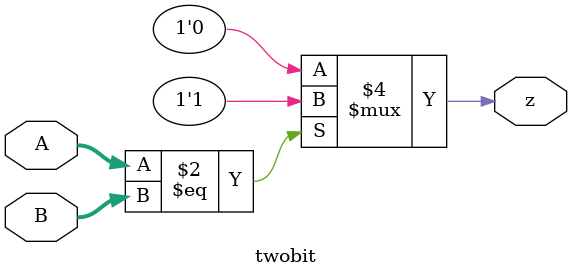
<source format=v>
module twobit( input [1:0] A, input [1:0] B, output z ); 
always @ (*)
        begin
            if(A == B)
                z = 1;
            else 
                z = 0;      //注意需要else，不仅为符合题意，且需要消除latch。
        end

endmodule

</source>
